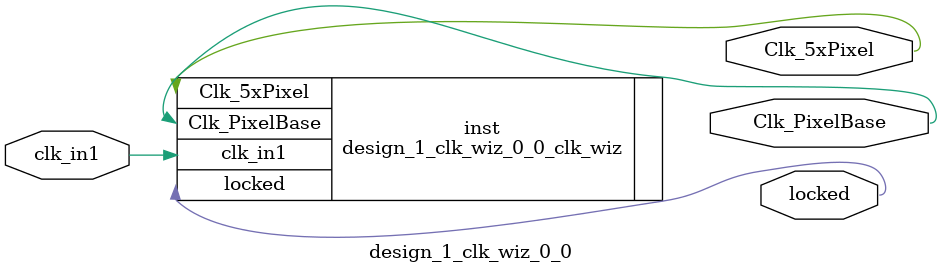
<source format=v>


`timescale 1ps/1ps

(* CORE_GENERATION_INFO = "design_1_clk_wiz_0_0,clk_wiz_v6_0_13_0_0,{component_name=design_1_clk_wiz_0_0,use_phase_alignment=true,use_min_o_jitter=false,use_max_i_jitter=false,use_dyn_phase_shift=false,use_inclk_switchover=false,use_dyn_reconfig=false,enable_axi=0,feedback_source=FDBK_AUTO,PRIMITIVE=MMCM,num_out_clk=2,clkin1_period=10.000,clkin2_period=10.000,use_power_down=false,use_reset=false,use_locked=true,use_inclk_stopped=false,feedback_type=SINGLE,CLOCK_MGR_TYPE=NA,manual_override=false}" *)

module design_1_clk_wiz_0_0 
 (
  // Clock out ports
  output        Clk_PixelBase,
  output        Clk_5xPixel,
  // Status and control signals
  output        locked,
 // Clock in ports
  input         clk_in1
 );

  design_1_clk_wiz_0_0_clk_wiz inst
  (
  // Clock out ports  
  .Clk_PixelBase(Clk_PixelBase),
  .Clk_5xPixel(Clk_5xPixel),
  // Status and control signals               
  .locked(locked),
 // Clock in ports
  .clk_in1(clk_in1)
  );

endmodule

</source>
